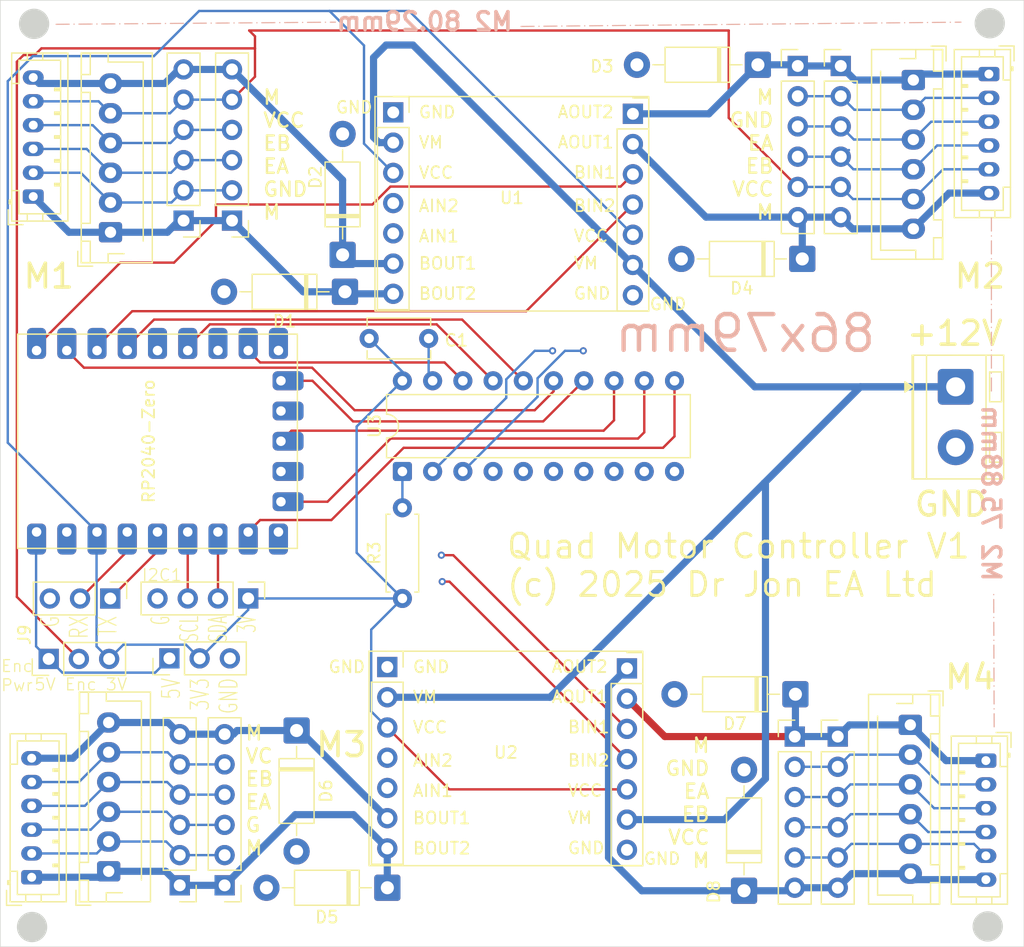
<source format=kicad_pcb>
(kicad_pcb (version 20241229) (generator "pcbnew") (generator_version "9.0")
  (layers (0 "F.Cu" signal) (4 "In1.Cu" signal) (6 "In2.Cu" signal) (2 "B.Cu" signal) (13 "F.Paste" user) (15 "B.Paste" user) (5 "F.SilkS" user "F.Silkscreen") (7 "B.SilkS" user "B.Silkscreen") (1 "F.Mask" user) (3 "B.Mask" user) (25 "Edge.Cuts" user))
  (net 0 "")
  (net 1 "/M3APWR")
  (net 2 "+12V")
  (net 3 "/M2EA")
  (net 4 "/M2EB")
  (net 5 "+3V3")
  (net 6 "GND")
  (net 7 "/M3EB")
  (net 8 "/M3EA")
  (net 9 "/M4EB")
  (net 10 "/M4EA")
  (net 11 "/M1EB")
  (net 12 "/M1EA")
  (net 13 "/SCL1")
  (net 14 "/SDA1")
  (net 15 "/TX0")
  (net 16 "/RX0")
  (net 17 "+5V")
  (net 18 "/M2B")
  (net 19 "/M1B")
  (net 20 "/M1A")
  (net 21 "/M2A")
  (net 22 "/M3A")
  (net 23 "/M4B")
  (net 24 "/M4A")
  (net 25 "/M3B")
  (net 26 "/EncVCC")
  (net 27 "Net-(U3-DIR)")
  (net 28 "/PWM6B")
  (net 29 "/PWM0B")
  (net 30 "/PWM7B")
  (net 31 "/PWM3B")
  (net 32 "/PWM2B")
  (net 33 "/PWM1B")
  (net 34 "/PWM4B")
  (net 35 "/PWM5B")
  (net 36 "/M1APPWR")
  (net 37 "/M1BPPWR")
  (net 38 "/M2APPWR")
  (net 39 "/M2BPPWR")
  (net 40 "/M3APPWR")
  (net 41 "/M4APPWR")
  (net 42 "/M4BPPWR")
  (footprint "RP2040-Zero-Kicad:RP2040-Zero" (layer "F.Cu") (at 50.8 81.788 90)
    (property "Reference" "RZ1")
    (property "Value" "RP2040-Zero")
  )
  (footprint "Connector_PinHeader_2.54mm:PinHeader_1x06_P2.54mm_Vertical" (layer "F.Cu") (at 40.29 53.09 180)
    (property "Reference" "M1" (hide yes))
    (property "Value" "~" (hide yes))
  )
  (footprint "Connector_JST:JST_XH_B6B-XH-AM_1x06_P2.50mm_Vertical" (layer "F.Cu") (at 101.346 95.458 -90)
    (property "Reference" "M4XH1" (hide yes))
    (property "Value" "~" (hide yes))
  )
  (footprint "Diode_THT:D_DO-41_SOD81_P10.16mm_Horizontal" (layer "F.Cu") (at 53.85 59.07 180)
    (property "Reference" "D1")
    (property "Value" "1N4007" (hide yes))
  )
  (footprint "Diode_THT:D_DO-41_SOD81_P10.16mm_Horizontal" (layer "F.Cu") (at 53.65 55.97 90)
    (property "Reference" "D2")
    (property "Value" "1N4007" (hide yes))
  )
  (footprint "Diode_THT:D_DO-41_SOD81_P10.16mm_Horizontal" (layer "F.Cu") (at 91.694 92.882 180)
    (property "Reference" "D7")
    (property "Value" "1N4007" (hide yes))
  )
  (footprint "Package_DIP:DIP-20_W7.62mm" (layer "F.Cu") (at 58.674 74.168 90)
    (property "Reference" "U3")
    (property "Value" "SN74LVC245APW")
  )
  (footprint "Diode_THT:D_DO-41_SOD81_P10.16mm_Horizontal" (layer "F.Cu") (at 88.54 40 180)
    (property "Reference" "D3")
    (property "Value" "1N4007" (hide yes))
  )
  (footprint "Diode_THT:D_DO-41_SOD81_P10.16mm_Horizontal" (layer "F.Cu") (at 92.27 56.31 180)
    (property "Reference" "D4")
    (property "Value" "1N4007" (hide yes))
  )
  (footprint "Connector_PinHeader_2.54mm:PinHeader_1x06_P2.54mm_Vertical" (layer "F.Cu") (at 91.89 40.1)
    (property "Reference" "J2" (hide yes))
    (property "Value" "Conn_01x06_Pin" (hide yes))
  )
  (footprint "Connector_JST:JST_PH_B6B-PH-K_1x06_P2.00mm_Vertical" (layer "F.Cu") (at 107.95 40.78 -90)
    (property "Reference" "M2PH1" (hide yes))
    (property "Value" "~" (hide yes))
  )
  (footprint "Connector_JST:JST_PH_B6B-PH-K_1x06_P2.00mm_Vertical" (layer "F.Cu") (at 107.696 98.458 -90)
    (property "Reference" "M4PH1" (hide yes))
    (property "Value" "~" (hide yes))
  )
  (footprint "Connector_PinHeader_2.54mm:PinHeader_1x06_P2.54mm_Vertical" (layer "F.Cu") (at 44.36 53.09 180)
    (property "Reference" "J5" (hide yes))
    (property "Value" "Conn_01x06_Pin" (hide yes))
  )
  (footprint "Diode_THT:D_DO-41_SOD81_P10.16mm_Horizontal" (layer "F.Cu") (at 57.41 109.14 180)
    (property "Reference" "D5")
    (property "Value" "1N4007" (hide yes))
  )
  (footprint "Capacitor_THT:C_Disc_D5.1mm_W3.2mm_P5.00mm" (layer "F.Cu") (at 55.88 62.992)
    (property "Reference" "C1")
    (property "Value" "0.01uF" (hide yes))
  )
  (footprint "Diode_THT:D_DO-41_SOD81_P10.16mm_Horizontal" (layer "F.Cu") (at 87.376 109.392 90)
    (property "Reference" "D8")
    (property "Value" "1N4007" (hide yes))
  )
  (footprint "Connector_PinHeader_2.54mm:PinHeader_1x06_P2.54mm_Vertical" (layer "F.Cu") (at 95.25 96.438)
    (property "Reference" "M4" (hide yes))
    (property "Value" "~" (hide yes))
  )
  (footprint "Connector_PinHeader_2.54mm:PinHeader_1x03_P2.54mm_Vertical" (layer "F.Cu") (at 28.956 89.916 90)
    (property "Reference" "J9")
    (property "Value" "Conn_01x03_Pin" (hide yes))
  )
  (footprint "JonLib:AT236x2" (layer "F.Cu") (at 67.37 98.276)
    (property "Reference" "U2")
    (property "Value" "AT8236x2")
  )
  (footprint "JonLib:ScrewTerm_Oiyagai_01x02_5mm" (layer "F.Cu") (at 105.156 67.056 -90)
    (property "Reference" "J1" (hide yes))
    (property "Value" "Screw_Terminal_01x02" (hide yes))
  )
  (footprint "Connector_JST:JST_XH_B6B-XH-AM_1x06_P2.50mm_Vertical" (layer "F.Cu") (at 33.998 107.758 90)
    (property "Reference" "M3XH1" (hide yes))
    (property "Value" "~" (hide yes))
  )
  (footprint "Connector_PinHeader_2.54mm:PinHeader_1x06_P2.54mm_Vertical" (layer "F.Cu") (at 95.504 40.1)
    (property "Reference" "M2" (hide yes))
    (property "Value" "~" (hide yes))
  )
  (footprint "Connector_PinHeader_2.54mm:PinHeader_1x04_P2.54mm_Vertical" (layer "F.Cu") (at 45.72 84.836 -90)
    (property "Reference" "J6" (hide yes))
    (property "Value" "Conn_01x04_Pin" (hide yes))
  )
  (footprint "Connector_JST:JST_PH_B6B-PH-K_1x06_P2.00mm_Vertical" (layer "F.Cu") (at 27.528 108.258 90)
    (property "Reference" "M3PH1" (hide yes))
    (property "Value" "~" (hide yes))
  )
  (footprint "Connector_PinHeader_2.54mm:PinHeader_1x03_P2.54mm_Vertical" (layer "F.Cu") (at 39.1 89.87 90)
    (property "Reference" "J8" (hide yes))
    (property "Value" "Conn_01x03_Pin" (hide yes))
  )
  (footprint "Connector_PinHeader_2.54mm:PinHeader_1x06_P2.54mm_Vertical" (layer "F.Cu") (at 39.968 108.938 180)
    (property "Reference" "M3" (hide yes))
    (property "Value" "~" (hide yes))
  )
  (footprint "JonLib:AT236x2" (layer "F.Cu") (at 67.87 51.68)
    (property "Reference" "U1")
    (property "Value" "AT8236x2")
  )
  (footprint "Connector_PinHeader_2.54mm:PinHeader_1x03_P2.54mm_Vertical" (layer "F.Cu") (at 34.13 84.84 -90)
    (property "Reference" "J7" (hide yes))
    (property "Value" "Conn_01x03_Pin" (hide yes))
  )
  (footprint "Connector_PinHeader_2.54mm:PinHeader_1x06_P2.54mm_Vertical" (layer "F.Cu") (at 43.738 108.938 180)
    (property "Reference" "J3" (hide yes))
    (property "Value" "Conn_01x06_Pin" (hide yes))
  )
  (footprint "Connector_JST:JST_PH_B6B-PH-K_1x06_P2.00mm_Vertical" (layer "F.Cu") (at 27.66 51.07 90)
    (property "Reference" "M1PH1" (hide yes))
    (property "Value" "~" (hide yes))
  )
  (footprint "Connector_PinHeader_2.54mm:PinHeader_1x06_P2.54mm_Vertical" (layer "F.Cu") (at 91.636 96.438)
    (property "Reference" "J4" (hide yes))
    (property "Value" "Conn_01x06_Pin" (hide yes))
  )
  (footprint "Resistor_THT:R_Axial_DIN0207_L6.3mm_D2.5mm_P7.62mm_Horizontal" (layer "F.Cu") (at 58.674 84.836 90)
    (property "Reference" "R3")
    (property "Value" "4K7" (hide yes))
  )
  (footprint "Connector_JST:JST_XH_B6B-XH-AM_1x06_P2.50mm_Vertical" (layer "F.Cu") (at 34.15 54.07 90)
    (property "Reference" "M1XH1" (hide yes))
    (property "Value" "~" (hide yes))
  )
  (footprint "Diode_THT:D_DO-41_SOD81_P10.16mm_Horizontal" (layer "F.Cu") (at 49.784 95.93 -90)
    (property "Reference" "D6")
    (property "Value" "1N4007" (hide yes))
  )
  (footprint "Connector_JST:JST_XH_B6B-XH-AM_1x06_P2.50mm_Vertical" (layer "F.Cu") (at 101.6 41.28 -90)
    (property "Reference" "M2XH1" (hide yes))
    (property "Value" "~" (hide yes))
  )
  (gr_line (start 108.16 67.41) (end 108.16 52.56) (stroke (width 0.1) (type dash_dot)) (layer "B.SilkS"))
  (gr_line (start 68.64 36.78) (end 105.6 36.42) (stroke (width 0.1) (type dash_dot)) (layer "B.SilkS"))
  (gr_line (start 108.39 95.62) (end 108.35 84.33) (stroke (width 0.1) (type dash_dot)) (layer "B.SilkS"))
  (gr_line (start 29.58 36.6) (end 53.05 36.42) (stroke (width 0.1) (type dash_dot)) (layer "B.SilkS"))
  (gr_rect (start 24.892 34.582) (end 110.892 114.092) (stroke (width 0.05)) (fill no) (layer "Edge.Cuts"))
  (gr_circle (center 108.02 36.51) (end 109.27 36.51) (stroke (width 0.05)) (fill yes) (layer "Edge.Cuts"))
  (gr_circle (center 27.56 112.44) (end 28.81 112.44) (stroke (width 0.05)) (fill yes) (layer "Edge.Cuts"))
  (gr_circle (center 27.73 36.56) (end 28.98 36.56) (stroke (width 0.05)) (fill yes) (layer "Edge.Cuts"))
  (gr_circle (center 107.85 112.39) (end 109.1 112.39) (stroke (width 0.05)) (fill yes) (layer "Edge.Cuts"))
  (gr_text "5V\n3V3\nGND" (at 44.958 91.44 90) (layer "F.SilkS") (effects (font (size 1.5 1) (thickness 0.1)) (justify right bottom)))
  (gr_text "G\nSCL\nSDA\n3V" (at 46.482 86.216 90) (layer "F.SilkS") (effects (font (size 1.5 0.8) (thickness 0.1)) (justify right bottom)))
  (gr_text "M\nVC\nEB\nEA\nG\nM" (at 45.39 106.5 0) (layer "F.SilkS") (effects (font (size 1.2 1.2) (thickness 0.2) (bold yes)) (justify left bottom)))
  (gr_text "+12V" (at 100.8884 63.73 0) (layer "F.SilkS") (effects (font (size 2 2) (thickness 0.3)) (justify left bottom)))
  (gr_text "M\nGND\nEA\nEB\nVCC\nM" (at 89.96 53.08 0) (layer "F.SilkS") (effects (font (size 1.2 1.2) (thickness 0.2) (bold yes)) (justify right bottom)))
  (gr_text "M4" (at 104.096 92.608 0) (layer "F.SilkS") (effects (font (size 2 2) (thickness 0.3)) (justify left bottom)))
  (gr_text "G\nRX\nTX" (at 34.798 86.22 90) (layer "F.SilkS") (effects (font (size 1.5 1) (thickness 0.1)) (justify right bottom)))
  (gr_text "Enc\nPwr" (at 24.892 92.71 0) (layer "F.SilkS") (effects (font (size 1 1) (thickness 0.1)) (justify left bottom)))
  (gr_text "M\nGND\nEA\nEB\nVCC\nM" (at 84.582 107.542 0) (layer "F.SilkS") (effects (font (size 1.2 1.2) (thickness 0.2) (bold yes)) (justify right bottom)))
  (gr_text "M3" (at 51.254 98.29 0) (layer "F.SilkS") (effects (font (size 2 2) (thickness 0.3)) (justify left bottom)))
  (gr_text "M2" (at 104.902 58.928 0) (layer "F.SilkS") (effects (font (size 2 2) (thickness 0.3)) (justify left bottom)))
  (gr_text "5V Enc 3V" (at 27.686 92.64 0) (layer "F.SilkS") (effects (font (size 1 1) (thickness 0.1)) (justify left bottom)))
  (gr_text "I2C1" (at 36.72 83.456 0) (layer "F.SilkS") (effects (font (size 1 1) (thickness 0.1)) (justify left bottom)))
  (gr_text "M1" (at 26.67 58.928 0) (layer "F.SilkS") (effects (font (size 2 2) (thickness 0.3)) (justify left bottom)))
  (gr_text "M\nVCC\nEB\nEA\nGND\nM" (at 46.88 53.09 0) (layer "F.SilkS") (effects (font (size 1.2 1.2) (thickness 0.2) (bold yes)) (justify left bottom)))
  (gr_text "GND" (at 101.54 78.09 0) (layer "F.SilkS") (effects (font (size 2 2) (thickness 0.3)) (justify left bottom)))
  (gr_text "Quad Motor Controller V1\n(c) 2025 Dr Jon EA Ltd" (at 67.31 84.836 0) (layer "F.SilkS") (effects (font (size 2 2) (thickness 0.25)) (justify left bottom)))
  (gr_text "86x79mm" (at 98.65 64.33 0) (layer "B.SilkS") (effects (font (size 3 3) (thickness 0.375)) (justify left bottom mirror)))
  (gr_text "M2 80.29mm" (at 68.09 37.24 0) (layer "B.SilkS") (effects (font (size 1.5 1.5) (thickness 0.3) (bold yes)) (justify left bottom mirror)))
  (gr_text "M2 75.88mm" (at 107.25 83.55 270) (layer "B.SilkS") (effects (font (size 1.5 1.5) (thickness 0.3) (bold yes)) (justify left bottom mirror)))
  (segment (start 30.998 98.258) (end 33.998 95.258) (width 0.6) (layer "B.Cu") (net 1))
  (segment (start 27.528 98.258) (end 30.998 98.258) (width 0.6) (layer "B.Cu") (net 1))
  (segment (start 39.968 96.238) (end 43.738 96.238) (width 0.6) (layer "B.Cu") (net 1))
  (segment (start 38.988 95.258) (end 39.968 96.238) (width 0.6) (layer "B.Cu") (net 1))
  (segment (start 33.998 95.258) (end 38.988 95.258) (width 0.6) (layer "B.Cu") (net 1))
  (segment (start 43.738 96.238) (end 44.482 96.238) (width 0.6) (layer "B.Cu") (net 1))
  (segment (start 57.404 103.296) (end 50.038 95.93) (width 0.6) (layer "B.Cu") (net 1))
  (segment (start 50.038 95.93) (end 49.784 95.93) (width 0.6) (layer "B.Cu") (net 1))
  (segment (start 44.482 96.238) (end 44.79 95.93) (width 0.6) (layer "B.Cu") (net 1))
  (segment (start 44.79 95.93) (end 49.784 95.93) (width 0.6) (layer "B.Cu") (net 1))
  (segment (start 89.177 99.977999) (end 89.177 75.257) (width 0.6) (layer "B.Cu") (net 2))
  (segment (start 56.249 46.087081) (end 56.701919 46.54) (width 0.6) (layer "B.Cu") (net 2))
  (segment (start 56.701919 46.54) (end 57.904 46.54) (width 0.6) (layer "B.Cu") (net 2))
  (segment (start 97.154 67.056) (end 105.156 67.056) (width 0.6) (layer "B.Cu") (net 2))
  (segment (start 89.065 75.145) (end 97.154 67.056) (width 0.6) (layer "B.Cu") (net 2))
  (segment (start 78.04 56.818) (end 59.561 38.339) (width 0.6) (layer "B.Cu") (net 2))
  (segment (start 57.404 93.136) (end 71.074 93.136) (width 0.6) (layer "B.Cu") (net 2))
  (segment (start 56.249 39.394001) (end 56.249 46.087081) (width 0.6) (layer "B.Cu") (net 2))
  (segment (start 71.074 93.136) (end 89.065 75.145) (width 0.6) (layer "B.Cu") (net 2))
  (segment (start 88.278 67.056) (end 78.04 56.818) (width 0.6) (layer "B.Cu") (net 2))
  (segment (start 105.156 67.056) (end 88.278 67.056) (width 0.6) (layer "B.Cu") (net 2))
  (segment (start 85.740999 103.414) (end 89.177 99.977999) (width 0.6) (layer "B.Cu") (net 2))
  (segment (start 77.54 103.414) (end 85.740999 103.414) (width 0.6) (layer "B.Cu") (net 2))
  (segment (start 59.561 38.339) (end 57.304001 38.339) (width 0.6) (layer "B.Cu") (net 2))
  (segment (start 57.304001 38.339) (end 56.249 39.394001) (width 0.6) (layer "B.Cu") (net 2))
  (segment (start 89.177 75.257) (end 89.065 75.145) (width 0.6) (layer "B.Cu") (net 2))
  (via (at 73.87 64.03) (size 0.6) (drill 0.3) (layers "F.Cu" "B.Cu") (net 3))
  (segment (start 70.03 66.33495) (end 72.33495 64.03) (width 0.2) (layer "B.Cu") (net 3))
  (segment (start 91.89 45.18) (end 95.504 45.18) (width 0.2) (layer "B.Cu") (net 3))
  (segment (start 96.604 46.28) (end 95.504 45.18) (width 0.2) (layer "B.Cu") (net 3))
  (segment (start 103.1 44.78) (end 101.6 46.28) (width 0.2) (layer "B.Cu") (net 3))
  (segment (start 101.6 46.28) (end 96.604 46.28) (width 0.2) (layer "B.Cu") (net 3))
  (segment (start 63.754 74.168) (end 70.03 67.892) (width 0.2) (layer "B.Cu") (net 3))
  (segment (start 72.33495 64.03) (end 73.87 64.03) (width 0.2) (layer "B.Cu") (net 3))
  (segment (start 107.95 44.78) (end 103.1 44.78) (width 0.2) (layer "B.Cu") (net 3))
  (segment (start 70.03 67.892) (end 70.03 66.33495) (width 0.2) (layer "B.Cu") (net 3))
  (via (at 71.29 64.03) (size 0.6) (drill 0.3) (layers "F.Cu" "B.Cu") (net 4))
  (segment (start 61.214 74.168) (end 67.4 67.982) (width 0.2) (layer "B.Cu") (net 4))
  (segment (start 91.89 47.72) (end 95.63 47.72) (width 0.2) (layer "B.Cu") (net 4))
  (segment (start 95.63 47.72) (end 96.19 47.16) (width 0.2) (layer "B.Cu") (net 4))
  (segment (start 107.95 46.78) (end 103.6 46.78) (width 0.2) (layer "B.Cu") (net 4))
  (segment (start 67.4 67.982) (end 67.4 66.42495) (width 0.2) (layer "B.Cu") (net 4))
  (segment (start 96.564 48.78) (end 95.504 47.72) (width 0.2) (layer "B.Cu") (net 4))
  (segment (start 67.4 66.42495) (end 69.79495 64.03) (width 0.2) (layer "B.Cu") (net 4))
  (segment (start 69.79495 64.03) (end 71.29 64.03) (width 0.2) (layer "B.Cu") (net 4))
  (segment (start 103.6 46.78) (end 101.6 48.78) (width 0.2) (layer "B.Cu") (net 4))
  (segment (start 101.6 48.78) (end 96.564 48.78) (width 0.2) (layer "B.Cu") (net 4))
  (segment (start 57.404 95.676) (end 62.602 100.874) (width 0.2) (layer "F.Cu") (net 5))
  (segment (start 62.602 100.874) (end 77.54 100.874) (width 0.2) (layer "F.Cu") (net 5))
  (segment (start 35.233 88.719) (end 40.489 88.719) (width 0.2) (layer "B.Cu") (net 5))
  (segment (start 52.55 35.48) (end 59.242 35.48) (width 0.2) (layer "B.Cu") (net 5))
  (segment (start 58.674 65.786) (end 58.674 66.548) (width 0.2) (layer "B.Cu") (net 5))
  (segment (start 55.448 46.624) (end 57.904 49.08) (width 0.2) (layer "B.Cu") (net 5))
  (segment (start 45.72 84.836) (end 58.674 84.836) (width 0.2) (layer "B.Cu") (net 5))
  (segment (start 27.627951 39.27) (end 37.8 39.27) (width 0.2) (layer "B.Cu") (net 5))
  (segment (start 37.8 39.27) (end 41.59 35.48) (width 0.2) (layer "B.Cu") (net 5))
  (segment (start 45.72 85.79) (end 41.64 89.87) (width 0.2) (layer "B.Cu") (net 5))
  (segment (start 40.489 88.719) (end 41.64 89.87) (width 0.2) (layer "B.Cu") (net 5))
  (segment (start 58.674 66.548) (end 54.83 70.392) (width 0.2) (layer "B.Cu") (net 5))
  (segment (start 32.979 79.289) (end 32.979 88.859) (width 0.2) (layer "B.Cu") (net 5))
  (segment (start 54.83 80.992) (end 58.674 84.836) (width 0.2) (layer "B.Cu") (net 5))
  (segment (start 33.02 79.248) (end 25.52 71.748) (width 0.2) (layer "B.Cu") (net 5))
  (segment (start 33.02 79.248) (end 32.979 79.289) (width 0.2) (layer "B.Cu") (net 5))
  (segment (start 58.674 84.836) (end 56.053 87.457) (width 0.2) (layer "B.Cu") (net 5))
  (segment (start 45.72 84.836) (end 45.72 85.79) (width 0.2) (layer "B.Cu") (net 5))
  (segment (start 59.242 35.48) (end 78.04 54.278) (width 0.2) (layer "B.Cu") (net 5))
  (segment (start 56.053 94.325) (end 57.404 95.676) (width 0.2) (layer "B.Cu") (net 5))
  (segment (start 52.55 35.48) (end 55.448 38.378) (width 0.2) (layer "B.Cu") (net 5))
  (segment (start 25.52 71.748) (end 25.52 41.377951) (width 0.2) (layer "B.Cu") (net 5))
  (segment (start 25.52 41.377951) (end 27.627951 39.27) (width 0.2) (layer "B.Cu") (net 5))
  (segment (start 55.88 62.992) (end 58.674 65.786) (width 0.2) (layer "B.Cu") (net 5))
  (segment (start 56.053 87.457) (end 56.053 94.325) (width 0.2) (layer "B.Cu") (net 5))
  (segment (start 34.036 89.916) (end 35.233 88.719) (width 0.2) (layer "B.Cu") (net 5))
  (segment (start 32.979 88.859) (end 34.036 89.916) (width 0.2) (layer "B.Cu") (net 5))
  (segment (start 54.83 70.392) (end 54.83 80.992) (width 0.2) (layer "B.Cu") (net 5))
  (segment (start 55.448 38.378) (end 55.448 46.624) (width 0.2) (layer "B.Cu") (net 5))
  (segment (start 41.59 35.48) (end 52.55 35.48) (width 0.2) (layer "B.Cu") (net 5))
  (segment (start 60.88 66.214) (end 61.214 66.548) (width 0.2) (layer "B.Cu") (net 6))
  (segment (start 107.696 100.458) (end 103.846 100.458) (width 0.2) (layer "B.Cu") (net 6))
  (segment (start 32.998 106.258) (end 33.998 105.258) (width 0.2) (layer "B.Cu") (net 6))
  (segment (start 40.29 50.55) (end 44.36 50.55) (width 0.2) (layer "B.Cu") (net 6))
  (segment (start 33.998 105.258) (end 38.828 105.258) (width 0.2) (layer "B.Cu") (net 6))
  (segment (start 31.65 49.07) (end 34.15 51.57) (width 0.2) (layer "B.Cu") (net 6))
  (segment (start 38.828 105.258) (end 39.968 106.398) (width 0.2) (layer "B.Cu") (net 6))
  (segment (start 95.25 98.978) (end 91.636 98.978) (width 0.2) (layer "B.Cu") (net 6))
  (segment (start 39.27 51.57) (end 40.29 50.55) (width 0.2) (layer "B.Cu") (net 6))
  (segment (start 102.6 42.78) (end 101.6 43.78) (width 0.2) (layer "B.Cu") (net 6))
  (segment (start 96.644 43.78) (end 95.504 42.64) (width 0.2) (layer "B.Cu") (net 6))
  (segment (start 27.528 106.258) (end 32.998 106.258) (width 0.2) (layer "B.Cu") (net 6))
  (segment (start 34.15 51.57) (end 39.27 51.57) (width 0.2) (layer "B.Cu") (net 6))
  (segment (start 39.968 106.398) (end 43.738 106.398) (width 0.2) (layer "B.Cu") (net 6))
  (segment (start 101.346 97.958) (end 96.27 97.958) (width 0.2) (layer "B.Cu") (net 6))
  (segment (start 27.66 49.07) (end 31.65 49.07) (width 0.2) (layer "B.Cu") (net 6))
  (segment (start 103.846 100.458) (end 101.346 97.958) (width 0.2) (layer "B.Cu") (net 6))
  (segment (start 95.504 42.64) (end 91.89 42.64) (width 0.2) (layer "B.Cu") (net 6))
  (segment (start 96.27 97.958) (end 95.25 98.978) (width 0.2) (layer "B.Cu") (net 6))
  (segment (start 101.6 43.78) (end 96.644 43.78) (width 0.2) (layer "B.Cu") (net 6))
  (segment (start 60.88 62.992) (end 60.88 66.214) (width 0.2) (layer "B.Cu") (net 6))
  (segment (start 107.95 42.78) (end 102.6 42.78) (width 0.2) (layer "B.Cu") (net 6))
  (segment (start 38.908 100.258) (end 39.968 101.318) (width 0.2) (layer "B.Cu") (net 7))
  (segment (start 33.998 100.258) (end 38.908 100.258) (width 0.2) (layer "B.Cu") (net 7))
  (segment (start 27.528 102.258) (end 31.998 102.258) (width 0.2) (layer "B.Cu") (net 7))
  (segment (start 31.998 102.258) (end 33.998 100.258) (width 0.2) (layer "B.Cu") (net 7))
  (segment (start 39.968 101.318) (end 43.738 101.318) (width 0.2) (layer "B.Cu") (net 7))
  (segment (start 38.868 102.758) (end 39.968 103.858) (width 0.2) (layer "B.Cu") (net 8))
  (segment (start 27.528 104.258) (end 32.498 104.258) (width 0.2) (layer "B.Cu") (net 8))
  (segment (start 39.968 103.858) (end 43.738 103.858) (width 0.2) (layer "B.Cu") (net 8))
  (segment (start 32.498 104.258) (end 33.998 102.758) (width 0.2) (layer "B.Cu") (net 8))
  (segment (start 33.998 102.758) (end 38.868 102.758) (width 0.2) (layer "B.Cu") (net 8))
  (segment (start 107.696 104.458) (end 102.846 104.458) (width 0.2) (layer "B.Cu") (net 9))
  (segment (start 101.346 102.958) (end 96.35 102.958) (width 0.2) (layer "B.Cu") (net 9))
  (segment (start 102.846 104.458) (end 101.346 102.958) (width 0.2) (layer "B.Cu") (net 9))
  (segment (start 96.35 102.958) (end 95.25 104.058) (width 0.2) (layer "B.Cu") (net 9))
  (segment (start 91.636 104.058) (end 95.25 104.058) (width 0.2) (layer "B.Cu") (net 9))
  (segment (start 101.346 100.458) (end 96.31 100.458) (width 0.2) (layer "B.Cu") (net 10))
  (segment (start 96.31 100.458) (end 95.25 101.518) (width 0.2) (layer "B.Cu") (net 10))
  (segment (start 95.25 101.518) (end 91.636 101.518) (width 0.2) (layer "B.Cu") (net 10))
  (segment (start 103.346 102.458) (end 101.346 100.458) (width 0.2) (layer "B.Cu") (net 10))
  (segment (start 107.696 102.458) (end 103.346 102.458) (width 0.2) (layer "B.Cu") (net 10))
  (segment (start 39.19 46.57) (end 40.29 45.47) (width 0.2) (layer "B.Cu") (net 11))
  (segment (start 40.29 45.47) (end 44.36 45.47) (width 0.2) (layer "B.Cu") (net 11))
  (segment (start 27.66 45.07) (end 32.65 45.07) (width 0.2) (layer "B.Cu") (net 11))
  (segment (start 34.15 46.57) (end 39.19 46.57) (width 0.2) (layer "B.Cu") (net 11))
  (segment (start 32.65 45.07) (end 34.15 46.57) (width 0.2) (layer "B.Cu") (net 11))
  (segment (start 27.66 47.07) (end 32.15 47.07) (width 0.2) (layer "B.Cu") (net 12))
  (segment (start 40.29 48.01) (end 44.36 48.01) (width 0.2) (layer "B.Cu") (net 12))
  (segment (start 34.15 49.07) (end 39.23 49.07) (width 0.2) (layer "B.Cu") (net 12))
  (segment (start 39.23 49.07) (end 40.29 48.01) (width 0.2) (layer "B.Cu") (net 12))
  (segment (start 32.15 47.07) (end 34.15 49.07) (width 0.2) (layer "B.Cu") (net 12))
  (segment (start 40.64 79.248) (end 40.64 84.836) (width 0.2) (layer "F.Cu") (net 13))
  (segment (start 43.18 79.248) (end 43.18 84.836) (width 0.2) (layer "F.Cu") (net 14))
  (segment (start 38.1 80.87) (end 34.13 84.84) (width 0.2) (layer "F.Cu") (net 15))
  (segment (start 38.1 79.248) (end 38.1 80.87) (width 0.2) (layer "F.Cu") (net 15))
  (segment (start 35.56 80.87) (end 31.59 84.84) (width 0.2) (layer "F.Cu") (net 16))
  (segment (start 35.56 79.248) (end 35.56 80.87) (width 0.2) (layer "F.Cu") (net 16))
  (segment (start 27.899 79.289) (end 27.899 88.859) (width 0.2) (layer "B.Cu") (net 17))
  (segment (start 27.899 88.859) (end 28.956 89.916) (width 0.2) (layer "B.Cu") (net 17))
  (segment (start 28.956 89.916) (end 30.107 91.067) (width 0.2) (layer "B.Cu") (net 17))
  (segment (start 30.107 91.067) (end 37.903 91.067) (width 0.2) (layer "B.Cu") (net 17))
  (segment (start 27.94 79.248) (end 27.899 79.289) (width 0.2) (layer "B.Cu") (net 17))
  (segment (start 37.903 91.067) (end 39.1 89.87) (width 0.2) (layer "B.Cu") (net 17))
  (segment (start 35.976636 60.7) (end 33.02 63.656636) (width 0.2) (layer "F.Cu") (net 19))
  (segment (start 33.02 63.656636) (end 33.02 64.008) (width 0.2) (layer "F.Cu") (net 19))
  (segment (start 78.04 51.738) (end 69.078 60.7) (width 0.2) (layer "F.Cu") (net 19))
  (segment (start 69.078 60.7) (end 35.976636 60.7) (width 0.2) (layer "F.Cu") (net 19))
  (segment (start 34.975636 56.621) (end 39.488536 56.621) (width 0.2) (layer "F.Cu") (net 20))
  (segment (start 27.94 63.656636) (end 34.975636 56.621) (width 0.2) (layer "F.Cu") (net 20))
  (segment (start 43.009 51.739) (end 56.15724 51.739) (width 0.2) (layer "F.Cu") (net 20))
  (segment (start 43.009 53.100536) (end 43.009 51.739) (width 0.2) (layer "F.Cu") (net 20))
  (segment (start 57.66524 50.231) (end 77.007 50.231) (width 0.2) (layer "F.Cu") (net 20))
  (segment (start 27.94 64.008) (end 27.94 63.656636) (width 0.2) (layer "F.Cu") (net 20))
  (segment (start 56.15724 51.739) (end 57.66524 50.231) (width 0.2) (layer "F.Cu") (net 20))
  (segment (start 39.488536 56.621) (end 43.009 53.100536) (width 0.2) (layer "F.Cu") (net 20))
  (segment (start 77.007 50.231) (end 78.04 49.198) (width 0.2) (layer "F.Cu") (net 20))
  (segment (start 62.946 81.2) (end 61.95 81.2) (width 0.2) (layer "F.Cu") (net 22))
  (segment (start 77.54 95.794) (end 62.946 81.2) (width 0.2) (layer "F.Cu") (net 22))
  (via (at 61.95 81.2) (size 0.6) (drill 0.3) (layers "F.Cu" "B.Cu") (net 22))
  (segment (start 77.54 98.334) (end 62.626 83.42) (width 0.2) (layer "F.Cu") (net 25))
  (segment (start 62.626 83.42) (end 62.02 83.42) (width 0.2) (layer "F.Cu") (net 25))
  (via (at 62.02 83.42) (size 0.6) (drill 0.3) (layers "F.Cu" "B.Cu") (net 25))
  (segment (start 26.85 39.18) (end 27.79 39.18) (width 0.2) (layer "F.Cu") (net 26))
  (segment (start 86.09 37.12) (end 45.8 37.12) (width 0.2) (layer "F.Cu") (net 26))
  (segment (start 44.36 42.93) (end 46.289 41.001) (width 0.2) (layer "F.Cu") (net 26))
  (segment (start 86.09 44.46) (end 86.09 37.12) (width 0.2) (layer "F.Cu") (net 26))
  (segment (start 27.79 39.18) (end 28.35 38.62) (width 0.2) (layer "F.Cu") (net 26))
  (segment (start 28.35 38.62) (end 46.289 38.62) (width 0.2) (layer "F.Cu") (net 26))
  (segment (start 46.289 37.609) (end 45.8 37.12) (width 0.2) (layer "F.Cu") (net 26))
  (segment (start 91.89 50.26) (end 86.09 44.46) (width 0.2) (layer "F.Cu") (net 26))
  (segment (start 26.284 84.704) (end 31.496 89.916) (width 0.2) (layer "F.Cu") (net 26))
  (segment (start 46.289 38.62) (end 46.289 37.609) (width 0.2) (layer "F.Cu") (net 26))
  (segment (start 46.289 41.001) (end 46.289 38.62) (width 0.2) (layer "F.Cu") (net 26))
  (segment (start 26.284 84.704) (end 26.284 39.746) (width 0.2) (layer "F.Cu") (net 26))
  (segment (start 26.284 39.746) (end 26.85 39.18) (width 0.2) (layer "F.Cu") (net 26))
  (segment (start 31.498 100.258) (end 33.998 97.758) (width 0.2) (layer "B.Cu") (net 26))
  (segment (start 27.66 43.07) (end 33.15 43.07) (width 0.2) (layer "B.Cu") (net 26))
  (segment (start 95.504 50.26) (end 91.89 50.26) (width 0.2) (layer "B.Cu") (net 26))
  (segment (start 33.15 43.07) (end 34.15 44.07) (width 0.2) (layer "B.Cu") (net 26))
  (segment (start 104.1 48.78) (end 101.6 51.28) (width 0.2) (layer "B.Cu") (net 26))
  (segment (start 96.39 105.458) (end 95.25 106.598) (width 0.2) (layer "B.Cu") (net 26))
  (segment (start 38.948 97.758) (end 39.968 98.778) (width 0.2) (layer "B.Cu") (net 26))
  (segment (start 33.998 97.758) (end 38.948 97.758) (width 0.2) (layer "B.Cu") (net 26))
  (segment (start 101.346 105.458) (end 96.39 105.458) (width 0.2) (layer "B.Cu") (net 26))
  (segment (start 39.15 44.07) (end 40.29 42.93) (width 0.2) (layer "B.Cu") (net 26))
  (segment (start 107.95 48.78) (end 104.1 48.78) (width 0.2) (layer "B.Cu") (net 26))
  (segment (start 40.29 42.93) (end 44.36 42.93) (width 0.2) (layer "B.Cu") (net 26))
  (segment (start 101.6 51.28) (end 96.524 51.28) (width 0.2) (layer "B.Cu") (net 26))
  (segment (start 91.636 106.598) (end 95.25 106.598) (width 0.2) (layer "B.Cu") (net 26))
  (segment (start 101.346 105.458) (end 106.696 105.458) (width 0.2) (layer "B.Cu") (net 26))
  (segment (start 106.696 105.458) (end 107.696 106.458) (width 0.2) (layer "B.Cu") (net 26))
  (segment (start 34.15 44.07) (end 39.15 44.07) (width 0.2) (layer "B.Cu") (net 26))
  (segment (start 27.528 100.258) (end 31.498 100.258) (width 0.2) (layer "B.Cu") (net 26))
  (segment (start 39.968 98.778) (end 43.738 98.778) (width 0.2) (layer "B.Cu") (net 26))
  (segment (start 96.524 51.28) (end 95.504 50.26) (width 0.2) (layer "B.Cu") (net 26))
  (segment (start 58.674 74.168) (end 58.674 77.216) (width 0.2) (layer "B.Cu") (net 27))
  (segment (start 78.994 66.548) (end 78.994 70.876) (width 0.2) (layer "F.Cu") (net 28))
  (segment (start 78.994 70.876) (end 78.47 71.4) (width 0.2) (layer "F.Cu") (net 28))
  (segment (start 78.47 71.4) (end 57.69 71.4) (width 0.2) (layer "F.Cu") (net 28))
  (segment (start 52.382 76.708) (end 48.47 76.708) (width 0.2) (layer "F.Cu") (net 28))
  (segment (start 57.69 71.4) (end 52.382 76.708) (width 0.2) (layer "F.Cu") (net 28))
  (segment (start 71.374 66.548) (end 71.374 67.436) (width 0.2) (layer "F.Cu") (net 29))
  (segment (start 69.79 69.02) (end 54.66 69.02) (width 0.2) (layer "F.Cu") (net 29))
  (segment (start 71.374 67.436) (end 69.79 69.02) (width 0.2) (layer "F.Cu") (net 29))
  (segment (start 54.66 69.02) (end 51.087 65.447) (width 0.2) (layer "F.Cu") (net 29))
  (segment (start 51.087 65.447) (end 31.919 65.447) (width 0.2) (layer "F.Cu") (net 29))
  (segment (start 31.919 65.447) (end 30.48 64.008) (width 0.2) (layer "F.Cu") (net 29))
  (segment (start 46.721 78.247) (end 52.70884 78.247) (width 0.2) (layer "F.Cu") (net 30))
  (segment (start 52.70884 78.247) (end 58.77584 72.18) (width 0.2) (layer "F.Cu") (net 30))
  (segment (start 80.57 72.18) (end 81.534 71.216) (width 0.2) (layer "F.Cu") (net 30))
  (segment (start 81.534 71.216) (end 81.534 66.548) (width 0.2) (layer "F.Cu") (net 30))
  (segment (start 58.77584 72.18) (end 80.57 72.18) (width 0.2) (layer "F.Cu") (net 30))
  (segment (start 45.72 79.248) (end 46.721 78.247) (width 0.2) (layer "F.Cu") (net 30))
  (segment (start 62.215 65.009) (end 46.721 65.009) (width 0.2) (layer "F.Cu") (net 31))
  (segment (start 63.754 66.548) (end 62.215 65.009) (width 0.2) (layer "F.Cu") (net 31))
  (segment (start 46.721 65.009) (end 45.72 64.008) (width 0.2) (layer "F.Cu") (net 31))
  (segment (start 42.489564 61.807) (end 40.64 63.656564) (width 0.2) (layer "F.Cu") (net 32))
  (segment (start 40.64 63.656564) (end 40.64 64.008) (width 0.2) (layer "F.Cu") (net 32))
  (segment (start 66.294 66.548) (end 61.553 61.807) (width 0.2) (layer "F.Cu") (net 32))
  (segment (start 61.553 61.807) (end 42.489564 61.807) (width 0.2) (layer "F.Cu") (net 32))
  (segment (start 37.810636 61.406) (end 35.56 63.656636) (width 0.2) (layer "F.Cu") (net 33))
  (segment (start 63.692 61.406) (end 37.810636 61.406) (width 0.2) (layer "F.Cu") (net 33))
  (segment (start 35.56 63.656636) (end 35.56 64.008) (width 0.2) (layer "F.Cu") (net 33))
  (segment (start 68.834 66.548) (end 63.692 61.406) (width 0.2) (layer "F.Cu") (net 33))
  (segment (start 51.118 66.548) (end 48.47 66.548) (width 0.2) (layer "F.Cu") (net 34))
  (segment (start 54.53 69.96) (end 51.118 66.548) (width 0.2) (layer "F.Cu") (net 34))
  (segment (start 73.914 66.548) (end 70.502 69.96) (width 0.2) (layer "F.Cu") (net 34))
  (segment (start 70.502 69.96) (end 54.53 69.96) (width 0.2) (layer "F.Cu") (net 34))
  (segment (start 75.58 70.74) (end 49.358 70.74) (width 0.2) (layer "F.Cu") (net 35))
  (segment (start 49.358 70.74) (end 48.47 71.628) (width 0.2) (layer "F.Cu") (net 35))
  (segment (start 76.454 66.548) (end 76.454 69.866) (width 0.2) (layer "F.Cu") (net 35))
  (segment (start 76.454 69.866) (end 75.58 70.74) (width 0.2) (layer "F.Cu") (net 35))
  (segment (start 40.29 40.39) (end 44.36 40.39) (width 0.6) (layer "B.Cu") (net 36))
  (segment (start 54.38 56.7) (end 53.65 55.97) (width 0.6) (layer "B.Cu") (net 36))
  (segment (start 34.15 41.57) (end 28.16 41.57) (width 0.6) (layer "B.Cu") (net 36))
  (segment (start 40.29 40.39) (end 39.9 40.39) (width 0.6) (layer "B.Cu") (net 36))
  (segment (start 57.904 56.7) (end 54.38 56.7) (width 0.6) (layer "B.Cu") (net 36))
  (segment (start 38.72 41.57) (end 34.15 41.57) (width 0.6) (layer "B.Cu") (net 36))
  (segment (start 53.65 55.97) (end 53.65 49.68) (width 0.6) (layer "B.Cu") (net 36))
  (segment (start 39.9 40.39) (end 38.72 41.57) (width 0.6) (layer "B.Cu") (net 36))
  (segment (start 28.16 41.57) (end 27.66 41.07) (width 0.6) (layer "B.Cu") (net 36))
  (segment (start 53.65 49.68) (end 44.36 40.39) (width 0.6) (layer "B.Cu") (net 36))
  (segment (start 38.93 54.07) (end 34.15 54.07) (width 0.6) (layer "B.Cu") (net 37))
  (segment (start 40.29 53.09) (end 39.91 53.09) (width 0.6) (layer "B.Cu") (net 37))
  (segment (start 34.15 54.07) (end 30.66 54.07) (width 0.6) (layer "B.Cu") (net 37))
  (segment (start 57.904 59.24) (end 54.02 59.24) (width 0.6) (layer "B.Cu") (net 37))
  (segment (start 30.66 54.07) (end 27.66 51.07) (width 0.6) (layer "B.Cu") (net 37))
  (segment (start 50.34 59.07) (end 44.36 53.09) (width 0.6) (layer "B.Cu") (net 37))
  (segment (start 39.91 53.09) (end 38.93 54.07) (width 0.6) (layer "B.Cu") (net 37))
  (segment (start 54.02 59.24) (end 53.85 59.07) (width 0.6) (layer "B.Cu") (net 37))
  (segment (start 53.85 59.07) (end 50.34 59.07) (width 0.6) (layer "B.Cu") (net 37))
  (segment (start 40.29 53.09) (end 44.36 53.09) (width 0.6) (layer "B.Cu") (net 37))
  (segment (start 92.27 53.18) (end 91.89 52.8) (width 0.6) (layer "B.Cu") (net 38))
  (segment (start 96.484 53.78) (end 95.504 52.8) (width 0.6) (layer "B.Cu") (net 38))
  (segment (start 107.95 50.78) (end 104.6 50.78) (width 0.6) (layer "B.Cu") (net 38))
  (segment (start 92.27 56.31) (end 92.27 53.18) (width 0.6) (layer "B.Cu") (net 38))
  (segment (start 78.04 46.658) (end 84.182 52.8) (width 0.6) (layer "B.Cu") (net 38))
  (segment (start 104.6 50.78) (end 101.6 53.78) (width 0.6) (layer "B.Cu") (net 38))
  (segment (start 91.89 52.8) (end 95.504 52.8) (width 0.6) (layer "B.Cu") (net 38))
  (segment (start 84.182 52.8) (end 91.89 52.8) (width 0.6) (layer "B.Cu") (net 38))
  (segment (start 101.6 53.78) (end 96.484 53.78) (width 0.6) (layer "B.Cu") (net 38))
  (segment (start 78.04 44.118) (end 84.422 44.118) (width 0.6) (layer "B.Cu") (net 39))
  (segment (start 101.6 41.28) (end 101.93 41.28) (width 0.6) (layer "B.Cu") (net 39))
  (segment (start 95.504 40.1) (end 91.89 40.1) (width 0.6) (layer "B.Cu") (net 39))
  (segment (start 102.43 40.78) (end 107.95 40.78) (width 0.6) (layer "B.Cu") (net 39))
  (segment (start 88.54 40) (end 91.79 40) (width 0.6) (layer "B.Cu") (net 39))
  (segment (start 91.79 40) (end 91.89 40.1) (width 0.6) (layer "B.Cu") (net 39))
  (segment (start 96.684 41.28) (end 95.504 40.1) (width 0.6) (layer "B.Cu") (net 39))
  (segment (start 84.422 44.118) (end 88.54 40) (width 0.6) (layer "B.Cu") (net 39))
  (segment (start 101.6 41.28) (end 96.684 41.28) (width 0.6) (layer "B.Cu") (net 39))
  (segment (start 101.93 41.28) (end 102.43 40.78) (width 0.6) (layer "B.Cu") (net 39))
  (segment (start 43.738 108.938) (end 39.968 108.938) (width 0.6) (layer "B.Cu") (net 40))
  (segment (start 49.676 103) (end 43.738 108.938) (width 0.6) (layer "B.Cu") (net 40))
  (segment (start 54.568 103) (end 49.676 103) (width 0.6) (layer "B.Cu") (net 40))
  (segment (start 57.404 105.836) (end 54.568 103) (width 0.6) (layer "B.Cu") (net 40))
  (segment (start 38.788 107.758) (end 39.968 108.938) (width 0.6) (layer "B.Cu") (net 40))
  (segment (start 33.998 107.758) (end 38.788 107.758) (width 0.6) (layer "B.Cu") (net 40))
  (segment (start 57.404 105.836) (end 57.404 109.134) (width 0.6) (layer "B.Cu") (net 40))
  (segment (start 33.498 108.258) (end 33.998 107.758) (width 0.6) (layer "B.Cu") (net 40))
  (segment (start 27.528 108.258) (end 33.498 108.258) (width 0.6) (layer "B.Cu") (net 40))
  (segment (start 57.404 109.134) (end 57.41 109.14) (width 0.6) (layer "B.Cu") (net 40))
  (segment (start 80.724 96.438) (end 91.636 96.438) (width 0.6) (layer "F.Cu") (net 41))
  (segment (start 77.54 93.254) (end 80.724 96.438) (width 0.6) (layer "F.Cu") (net 41))
  (segment (start 101.346 95.458) (end 96.23 95.458) (width 0.6) (layer "B.Cu") (net 41))
  (segment (start 95.25 96.438) (end 91.636 96.438) (width 0.6) (layer "B.Cu") (net 41))
  (segment (start 96.23 95.458) (end 95.25 96.438) (width 0.6) (layer "B.Cu") (net 41))
  (segment (start 91.694 96.38) (end 91.636 96.438) (width 0.6) (layer "B.Cu") (net 41))
  (segment (start 107.696 98.458) (end 104.346 98.458) (width 0.6) (layer "B.Cu") (net 41))
  (segment (start 104.346 98.458) (end 101.346 95.458) (width 0.6) (layer "B.Cu") (net 41))
  (segment (start 91.694 92.882) (end 91.694 96.38) (width 0.6) (layer "B.Cu") (net 41))
  (segment (start 75.989 92.265) (end 75.989 106.596446) (width 0.6) (layer "B.Cu") (net 42))
  (segment (start 78.784554 109.392) (end 87.376 109.392) (width 0.6) (layer "B.Cu") (net 42))
  (segment (start 101.346 107.958) (end 96.43 107.958) (width 0.6) (layer "B.Cu") (net 42))
  (segment (start 91.636 109.138) (end 95.25 109.138) (width 0.6) (layer "B.Cu") (net 42))
  (segment (start 107.696 108.458) (end 101.846 108.458) (width 0.6) (layer "B.Cu") (net 42))
  (segment (start 77.54 90.714) (end 75.989 92.265) (width 0.6) (layer "B.Cu") (net 42))
  (segment (start 91.382 109.392) (end 91.636 109.138) (width 0.6) (layer "B.Cu") (net 42))
  (segment (start 75.989 106.596446) (end 78.784554 109.392) (width 0.6) (layer "B.Cu") (net 42))
  (segment (start 101.846 108.458) (end 101.346 107.958) (width 0.6) (layer "B.Cu") (net 42))
  (segment (start 96.43 107.958) (end 95.25 109.138) (width 0.6) (layer "B.Cu") (net 42))
  (segment (start 87.376 109.392) (end 91.382 109.392) (width 0.6) (layer "B.Cu") (net 42))
)
</source>
